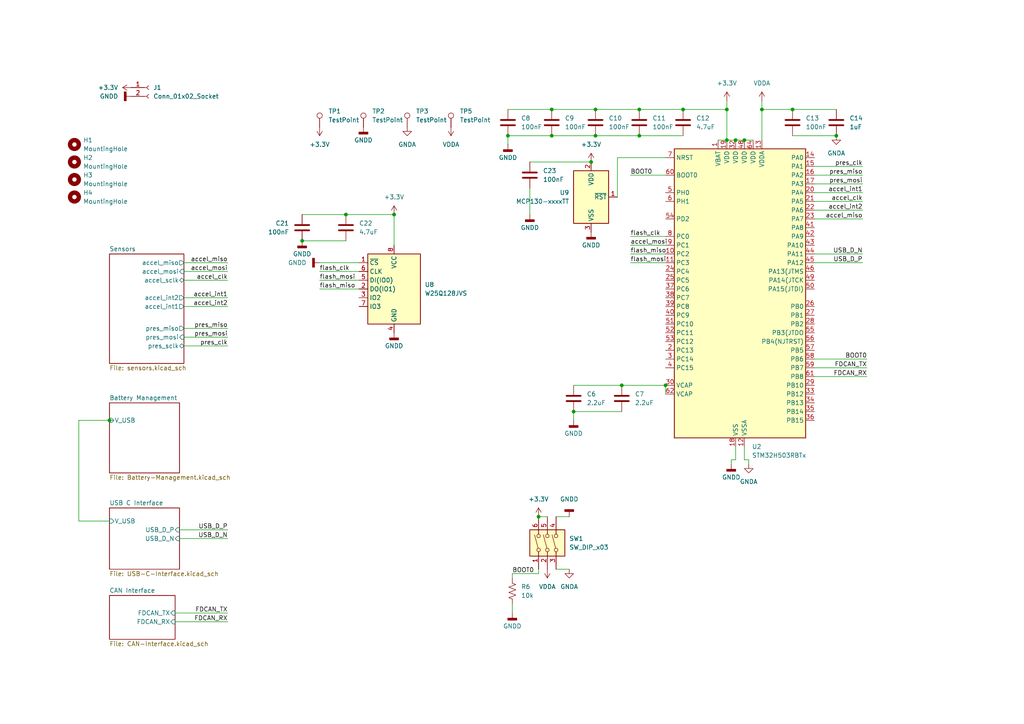
<source format=kicad_sch>
(kicad_sch (version 20231120) (generator "eeschema") (generator_version "8.0")
  (paper "A4")
  (title_block (title "SRAD Avionics") (rev "1") (company "Rowan Rocketry"))
  (lib_symbols
    (symbol "Connector:Conn_01x02_Socket" (pin_names (offset 1.016) hide)
      (property "Reference" "J" (at 0 2.54 0))
      (property "Value" "Conn_01x02_Socket" (at 0 -5.08 0))
      (symbol "Conn_01x02_Socket_1_1"
        (arc (start 0 -2.032) (mid -0.5058 -2.54) (end 0 -3.048) (stroke (width 0.1524)))
        (polyline (pts (xy -1.27 -2.54) (xy -0.508 -2.54)) (stroke (width 0.1524)))
        (polyline (pts (xy -1.27 0) (xy -0.508 0)) (stroke (width 0.1524)))
        (arc (start 0 0.508) (mid -0.5058 0) (end 0 -0.508) (stroke (width 0.1524)))
        (pin passive line (at -5.08 0 0) (length 3.81) (name "Pin_1") (number "1"))
        (pin passive line (at -5.08 -2.54 0) (length 3.81) (name "Pin_2") (number "2"))
      )
    )
    (symbol "Connector:TestPoint" (pin_numbers hide) (pin_names (offset 0.762) hide)
      (property "Reference" "TP" (at 0 6.858 0))
      (property "Value" "TestPoint" (at 0 5.08 0))
      (symbol "TestPoint_0_1"
        (circle (center 0 3.302) (radius 0.762))
      )
      (symbol "TestPoint_1_1"
        (pin passive line (at 0 0 90) (length 2.54) (name "1") (number "1"))
      )
    )
    (symbol "Device:C" (pin_numbers hide) (pin_names (offset 0.254))
      (property "Reference" "C" (at 0.635 2.54 0))
      (property "Value" "C" (at 0.635 -2.54 0))
      (symbol "C_0_1"
        (polyline (pts (xy -2.032 -0.762) (xy 2.032 -0.762)) (stroke (width 0.508)))
        (polyline (pts (xy -2.032 0.762) (xy 2.032 0.762)) (stroke (width 0.508)))
      )
      (symbol "C_1_1"
        (pin passive line (at 0 3.81 270) (length 2.794) (name "~") (number "1"))
        (pin passive line (at 0 -3.81 90) (length 2.794) (name "~") (number "2"))
      )
    )
    (symbol "Device:R_US" (pin_numbers hide) (pin_names (offset 0))
      (property "Reference" "R" (at 2.54 0 90))
      (property "Value" "R_US" (at -2.54 0 90))
      (symbol "R_US_0_1"
        (polyline (pts (xy 0 -2.286) (xy 0 -2.54)))
        (polyline (pts (xy 0 2.286) (xy 0 2.54)))
        (polyline (pts (xy 0 -0.762) (xy 1.016 -1.143) (xy 0 -1.524) (xy -1.016 -1.905) (xy 0 -2.286)))
        (polyline (pts (xy 0 0.762) (xy 1.016 0.381) (xy 0 0) (xy -1.016 -0.381) (xy 0 -0.762)))
        (polyline (pts (xy 0 2.286) (xy 1.016 1.905) (xy 0 1.524) (xy -1.016 1.143) (xy 0 0.762)))
      )
      (symbol "R_US_1_1"
        (pin passive line (at 0 3.81 270) (length 1.27) (name "~") (number "1"))
        (pin passive line (at 0 -3.81 90) (length 1.27) (name "~") (number "2"))
      )
    )
    (symbol "MCU_ST_STM32H5:STM32H503RBTx"
      (property "Reference" "U" (at -17.78 44.45 0))
      (property "Value" "STM32H503RBTx" (at 10.16 44.45 0))
      (symbol "STM32H503RBTx_0_1"
        (rectangle (start -17.78 -40.64) (end 20.32 43.18) (stroke (width 0.254)) (fill (type background)))
      )
      (symbol "STM32H503RBTx_1_1"
        (pin power_in line (at -5.08 45.72 270) (length 2.54) (name "VBAT") (number "1"))
        (pin bidirectional line (at -20.32 12.7 0) (length 2.54) (name "PC2") (number "10"))
        (pin bidirectional line (at -20.32 10.16 0) (length 2.54) (name "PC3") (number "11"))
        (pin power_in line (at 2.54 -43.18 90) (length 2.54) (name "VSSA") (number "12"))
        (pin power_in line (at 7.62 45.72 270) (length 2.54) (name "VDDA") (number "13"))
        (pin bidirectional line (at 22.86 40.64 180) (length 2.54) (name "PA0") (number "14"))
        (pin bidirectional line (at 22.86 38.1 180) (length 2.54) (name "PA1") (number "15"))
        (pin bidirectional line (at 22.86 35.56 180) (length 2.54) (name "PA2") (number "16"))
        (pin bidirectional line (at 22.86 33.02 180) (length 2.54) (name "PA3") (number "17"))
        (pin power_in line (at 0 -43.18 90) (length 2.54) (name "VSS") (number "18"))
        (pin power_in line (at -2.54 45.72 270) (length 2.54) (name "VDD") (number "19"))
        (pin bidirectional line (at -20.32 -15.24 0) (length 2.54) (name "PC13") (number "2"))
        (pin bidirectional line (at 22.86 30.48 180) (length 2.54) (name "PA4") (number "20"))
        (pin bidirectional line (at 22.86 27.94 180) (length 2.54) (name "PA5") (number "21"))
        (pin bidirectional line (at 22.86 25.4 180) (length 2.54) (name "PA6") (number "22"))
        (pin bidirectional line (at 22.86 22.86 180) (length 2.54) (name "PA7") (number "23"))
        (pin bidirectional line (at -20.32 7.62 0) (length 2.54) (name "PC4") (number "24"))
        (pin bidirectional line (at -20.32 5.08 0) (length 2.54) (name "PC5") (number "25"))
        (pin bidirectional line (at 22.86 -2.54 180) (length 2.54) (name "PB0") (number "26"))
        (pin bidirectional line (at 22.86 -5.08 180) (length 2.54) (name "PB1") (number "27"))
        (pin bidirectional line (at 22.86 -7.62 180) (length 2.54) (name "PB2") (number "28"))
        (pin bidirectional line (at 22.86 -25.4 180) (length 2.54) (name "PB10") (number "29"))
        (pin bidirectional line (at -20.32 -17.78 0) (length 2.54) (name "PC14") (number "3"))
        (pin power_out line (at -20.32 -25.4 0) (length 2.54) (name "VCAP") (number "30"))
        (pin passive line (at 0 -43.18 90) (length 2.54) hide (name "VSS") (number "31"))
        (pin power_in line (at 0 45.72 270) (length 2.54) (name "VDD") (number "32"))
        (pin bidirectional line (at 22.86 -27.94 180) (length 2.54) (name "PB12") (number "33"))
        (pin bidirectional line (at 22.86 -30.48 180) (length 2.54) (name "PB13") (number "34"))
        (pin bidirectional line (at 22.86 -33.02 180) (length 2.54) (name "PB14") (number "35"))
        (pin bidirectional line (at 22.86 -35.56 180) (length 2.54) (name "PB15") (number "36"))
        (pin bidirectional line (at -20.32 2.54 0) (length 2.54) (name "PC6") (number "37"))
        (pin bidirectional line (at -20.32 0 0) (length 2.54) (name "PC7") (number "38"))
        (pin bidirectional line (at -20.32 -2.54 0) (length 2.54) (name "PC8") (number "39"))
        (pin bidirectional line (at -20.32 -20.32 0) (length 2.54) (name "PC15") (number "4"))
        (pin bidirectional line (at -20.32 -5.08 0) (length 2.54) (name "PC9") (number "40"))
        (pin bidirectional line (at 22.86 20.32 180) (length 2.54) (name "PA8") (number "41"))
        (pin bidirectional line (at 22.86 17.78 180) (length 2.54) (name "PA9") (number "42"))
        (pin bidirectional line (at 22.86 15.24 180) (length 2.54) (name "PA10") (number "43"))
        (pin bidirectional line (at 22.86 12.7 180) (length 2.54) (name "PA11") (number "44"))
        (pin bidirectional line (at 22.86 10.16 180) (length 2.54) (name "PA12") (number "45"))
        (pin bidirectional line (at 22.86 7.62 180) (length 2.54) (name "PA13(JTMS") (number "46"))
        (pin passive line (at 0 -43.18 90) (length 2.54) hide (name "VSS") (number "47"))
        (pin power_in line (at 2.54 45.72 270) (length 2.54) (name "VDD") (number "48"))
        (pin bidirectional line (at 22.86 5.08 180) (length 2.54) (name "PA14(JTCK") (number "49"))
        (pin bidirectional line (at -20.32 30.48 0) (length 2.54) (name "PH0") (number "5"))
        (pin bidirectional line (at 22.86 2.54 180) (length 2.54) (name "PA15(JTDI)") (number "50"))
        (pin bidirectional line (at -20.32 -7.62 0) (length 2.54) (name "PC10") (number "51"))
        (pin bidirectional line (at -20.32 -10.16 0) (length 2.54) (name "PC11") (number "52"))
        (pin bidirectional line (at -20.32 -12.7 0) (length 2.54) (name "PC12") (number "53"))
        (pin bidirectional line (at -20.32 22.86 0) (length 2.54) (name "PD2") (number "54"))
        (pin bidirectional line (at 22.86 -10.16 180) (length 2.54) (name "PB3(JTDO") (number "55"))
        (pin bidirectional line (at 22.86 -12.7 180) (length 2.54) (name "PB4(NJTRST)") (number "56"))
        (pin bidirectional line (at 22.86 -15.24 180) (length 2.54) (name "PB5") (number "57"))
        (pin bidirectional line (at 22.86 -17.78 180) (length 2.54) (name "PB6") (number "58"))
        (pin bidirectional line (at 22.86 -20.32 180) (length 2.54) (name "PB7") (number "59"))
        (pin bidirectional line (at -20.32 27.94 0) (length 2.54) (name "PH1") (number "6"))
        (pin input line (at -20.32 35.56 0) (length 2.54) (name "BOOT0") (number "60"))
        (pin bidirectional line (at 22.86 -22.86 180) (length 2.54) (name "PB8") (number "61"))
        (pin power_out line (at -20.32 -27.94 0) (length 2.54) (name "VCAP") (number "62"))
        (pin passive line (at 0 -43.18 90) (length 2.54) hide (name "VSS") (number "63"))
        (pin power_in line (at 5.08 45.72 270) (length 2.54) (name "VDD") (number "64"))
        (pin input line (at -20.32 40.64 0) (length 2.54) (name "NRST") (number "7"))
        (pin bidirectional line (at -20.32 17.78 0) (length 2.54) (name "PC0") (number "8"))
        (pin bidirectional line (at -20.32 15.24 0) (length 2.54) (name "PC1") (number "9"))
      )
    )
    (symbol "Mechanical:MountingHole" (pin_names (offset 1.016)) (exclude_from_sim yes) (in_bom no)
      (property "Reference" "H" (at 0 5.08 0))
      (property "Value" "MountingHole" (at 0 3.175 0))
      (symbol "MountingHole_0_1"
        (circle (center 0 0) (radius 1.27) (stroke (width 1.27)))
      )
    )
    (symbol "Memory_Flash:W25Q128JVS"
      (property "Reference" "U" (at -8.89 8.89 0))
      (property "Value" "W25Q128JVS" (at 7.62 8.89 0))
      (symbol "W25Q128JVS_0_1"
        (rectangle (start -7.62 10.16) (end 7.62 -10.16) (stroke (width 0.254)) (fill (type background)))
      )
      (symbol "W25Q128JVS_1_1"
        (pin input line (at -10.16 7.62 0) (length 2.54) (name "~{CS}") (number "1"))
        (pin bidirectional line (at -10.16 0 0) (length 2.54) (name "DO(IO1)") (number "2"))
        (pin bidirectional line (at -10.16 -2.54 0) (length 2.54) (name "IO2") (number "3"))
        (pin power_in line (at 0 -12.7 90) (length 2.54) (name "GND") (number "4"))
        (pin bidirectional line (at -10.16 2.54 0) (length 2.54) (name "DI(IO0)") (number "5"))
        (pin input line (at -10.16 5.08 0) (length 2.54) (name "CLK") (number "6"))
        (pin bidirectional line (at -10.16 -5.08 0) (length 2.54) (name "IO3") (number "7"))
        (pin power_in line (at 0 12.7 270) (length 2.54) (name "VCC") (number "8"))
      )
    )
    (symbol "Power_Supervisor:MCP130-xxxxTT"
      (property "Reference" "U" (at -5.08 8.89 0))
      (property "Value" "MCP130-xxxxTT" (at 8.89 8.89 0))
      (symbol "MCP130-xxxxTT_0_1"
        (rectangle (start 5.08 7.62) (end -5.08 -7.62) (stroke (width 0.254)) (fill (type background)))
      )
      (symbol "MCP130-xxxxTT_1_1"
        (pin open_collector line (at 7.62 0 180) (length 2.54) (name "~{RST}") (number "1"))
        (pin power_in line (at 0 10.16 270) (length 2.54) (name "VDD") (number "2"))
        (pin power_in line (at 0 -10.16 90) (length 2.54) (name "VSS") (number "3"))
      )
    )
    (symbol "Switch:SW_DIP_x03" (pin_names (offset 0) hide)
      (property "Reference" "SW" (at 0 6.35 0))
      (property "Value" "SW_DIP_x03" (at 0 -6.35 0))
      (symbol "SW_DIP_x03_0_0"
        (circle (center -2.032 -2.54) (radius 0.508))
        (circle (center -2.032 0) (radius 0.508))
        (circle (center -2.032 2.54) (radius 0.508))
        (polyline (pts (xy -1.524 -2.413) (xy 2.3622 -1.3716)))
        (polyline (pts (xy -1.524 0.127) (xy 2.3622 1.1684)))
        (polyline (pts (xy -1.524 2.667) (xy 2.3622 3.7084)))
        (circle (center 2.032 -2.54) (radius 0.508))
        (circle (center 2.032 0) (radius 0.508))
        (circle (center 2.032 2.54) (radius 0.508))
      )
      (symbol "SW_DIP_x03_0_1"
        (rectangle (start -3.81 5.08) (end 3.81 -5.08) (stroke (width 0.254)) (fill (type background)))
      )
      (symbol "SW_DIP_x03_1_1"
        (pin passive line (at -7.62 2.54 0) (length 5.08) (name "~") (number "1"))
        (pin passive line (at -7.62 0 0) (length 5.08) (name "~") (number "2"))
        (pin passive line (at -7.62 -2.54 0) (length 5.08) (name "~") (number "3"))
        (pin passive line (at 7.62 -2.54 180) (length 5.08) (name "~") (number "4"))
        (pin passive line (at 7.62 0 180) (length 5.08) (name "~") (number "5"))
        (pin passive line (at 7.62 2.54 180) (length 5.08) (name "~") (number "6"))
      )
    )
    (symbol "power:+3.3V" (power) (pin_numbers hide) (pin_names (offset 0) hide)
      (property "Value" "+3.3V" (at 0 3.556 0))
      (symbol "+3.3V_0_1"
        (polyline (pts (xy -0.762 1.27) (xy 0 2.54)))
        (polyline (pts (xy 0 0) (xy 0 2.54)))
        (polyline (pts (xy 0 2.54) (xy 0.762 1.27)))
      )
      (symbol "+3.3V_1_1"
        (pin power_in line (at 0 0 90) (length 0) (name "~") (number "1"))
      )
    )
    (symbol "power:GNDA" (power) (pin_numbers hide) (pin_names (offset 0) hide)
      (property "Value" "GNDA" (at 0 -3.81 0))
      (symbol "GNDA_0_1"
        (polyline (pts (xy 0 0) (xy 0 -1.27) (xy 1.27 -1.27) (xy 0 -2.54) (xy -1.27 -1.27) (xy 0 -1.27)))
      )
      (symbol "GNDA_1_1"
        (pin power_in line (at 0 0 270) (length 0) (name "~") (number "1"))
      )
    )
    (symbol "power:GNDD" (power) (pin_numbers hide) (pin_names (offset 0) hide)
      (property "Value" "GNDD" (at 0 -3.175 0))
      (symbol "GNDD_0_1"
        (rectangle (start -1.27 -1.524) (end 1.27 -2.032) (stroke (width 0.254)) (fill (type outline)))
        (polyline (pts (xy 0 0) (xy 0 -1.524)))
      )
      (symbol "GNDD_1_1"
        (pin power_in line (at 0 0 270) (length 0) (name "~") (number "1"))
      )
    )
    (symbol "power:VDDA" (power) (pin_numbers hide) (pin_names (offset 0) hide)
      (property "Value" "VDDA" (at 0 3.556 0))
      (symbol "VDDA_0_1"
        (polyline (pts (xy -0.762 1.27) (xy 0 2.54)))
        (polyline (pts (xy 0 0) (xy 0 2.54)))
        (polyline (pts (xy 0 2.54) (xy 0.762 1.27)))
      )
      (symbol "VDDA_1_1"
        (pin power_in line (at 0 0 90) (length 0) (name "~") (number "1"))
      )
    )
  )
  (junction (at 242.57 39.37))
  (junction (at 198.12 31.75))
  (junction (at 185.42 31.75))
  (junction (at 31.75 121.92))
  (junction (at 210.82 31.75))
  (junction (at 172.72 39.37))
  (junction (at 172.72 31.75))
  (junction (at 210.82 40.64))
  (junction (at 114.3 62.23))
  (junction (at 100.33 62.23))
  (junction (at 160.02 31.75))
  (junction (at 213.36 40.64))
  (junction (at 171.45 46.99))
  (junction (at 220.98 31.75))
  (junction (at 147.32 39.37))
  (junction (at 193.04 111.76))
  (junction (at 160.02 39.37))
  (junction (at 215.9 40.64))
  (junction (at 166.37 119.38))
  (junction (at 156.21 149.86))
  (junction (at 229.87 31.75))
  (junction (at 180.34 111.76))
  (junction (at 185.42 39.37))
  (junction (at 87.63 69.85))
  (wire (pts (xy 172.72 39.37) (xy 185.42 39.37)))
  (wire (pts (xy 153.67 62.23) (xy 153.67 54.61)))
  (wire (pts (xy 147.32 39.37) (xy 160.02 39.37)))
  (wire (pts (xy 217.17 134.62) (xy 217.17 133.35)))
  (wire (pts (xy 236.22 63.5) (xy 250.19 63.5)))
  (wire (pts (xy 153.67 46.99) (xy 171.45 46.99)))
  (wire (pts (xy 87.63 69.85) (xy 100.33 69.85)))
  (wire (pts (xy 251.46 109.22) (xy 236.22 109.22)))
  (wire (pts (xy 236.22 58.42) (xy 250.19 58.42)))
  (wire (pts (xy 210.82 40.64) (xy 213.36 40.64)))
  (wire (pts (xy 220.98 31.75) (xy 220.98 40.64)))
  (wire (pts (xy 166.37 121.92) (xy 166.37 119.38)))
  (wire (pts (xy 53.34 95.25) (xy 66.04 95.25)))
  (wire (pts (xy 156.21 149.86) (xy 158.75 149.86)))
  (wire (pts (xy 193.04 111.76) (xy 193.04 114.3)))
  (wire (pts (xy 172.72 31.75) (xy 185.42 31.75)))
  (wire (pts (xy 217.17 133.35) (xy 215.9 133.35)))
  (wire (pts (xy 250.19 73.66) (xy 236.22 73.66)))
  (wire (pts (xy 213.36 40.64) (xy 215.9 40.64)))
  (wire (pts (xy 236.22 55.88) (xy 250.19 55.88)))
  (wire (pts (xy 22.86 121.92) (xy 31.75 121.92)))
  (wire (pts (xy 147.32 41.91) (xy 147.32 39.37)))
  (wire (pts (xy 160.02 39.37) (xy 172.72 39.37)))
  (wire (pts (xy 66.04 153.67) (xy 52.07 153.67)))
  (wire (pts (xy 236.22 48.26) (xy 250.19 48.26)))
  (wire (pts (xy 147.32 31.75) (xy 160.02 31.75)))
  (wire (pts (xy 180.34 111.76) (xy 193.04 111.76)))
  (wire (pts (xy 182.88 71.12) (xy 193.04 71.12)))
  (wire (pts (xy 182.88 68.58) (xy 193.04 68.58)))
  (wire (pts (xy 251.46 106.68) (xy 236.22 106.68)))
  (wire (pts (xy 220.98 31.75) (xy 229.87 31.75)))
  (wire (pts (xy 92.71 78.74) (xy 104.14 78.74)))
  (wire (pts (xy 182.88 73.66) (xy 193.04 73.66)))
  (wire (pts (xy 236.22 53.34) (xy 250.19 53.34)))
  (wire (pts (xy 166.37 119.38) (xy 180.34 119.38)))
  (wire (pts (xy 210.82 31.75) (xy 210.82 40.64)))
  (wire (pts (xy 92.71 81.28) (xy 104.14 81.28)))
  (wire (pts (xy 148.59 166.37) (xy 148.59 167.64)))
  (wire (pts (xy 53.34 86.36) (xy 66.04 86.36)))
  (wire (pts (xy 156.21 165.1) (xy 156.21 166.37)))
  (wire (pts (xy 185.42 39.37) (xy 198.12 39.37)))
  (wire (pts (xy 212.09 133.35) (xy 213.36 133.35)))
  (wire (pts (xy 179.07 45.72) (xy 193.04 45.72)))
  (wire (pts (xy 212.09 134.62) (xy 212.09 133.35)))
  (wire (pts (xy 182.88 50.8) (xy 193.04 50.8)))
  (wire (pts (xy 215.9 40.64) (xy 218.44 40.64)))
  (wire (pts (xy 161.29 165.1) (xy 165.1 165.1)))
  (wire (pts (xy 236.22 50.8) (xy 250.19 50.8)))
  (wire (pts (xy 114.3 62.23) (xy 114.3 71.12)))
  (wire (pts (xy 166.37 111.76) (xy 180.34 111.76)))
  (wire (pts (xy 236.22 104.14) (xy 251.46 104.14)))
  (wire (pts (xy 213.36 133.35) (xy 213.36 129.54)))
  (wire (pts (xy 208.28 40.64) (xy 210.82 40.64)))
  (wire (pts (xy 92.71 83.82) (xy 104.14 83.82)))
  (wire (pts (xy 210.82 29.21) (xy 210.82 31.75)))
  (wire (pts (xy 66.04 180.34) (xy 50.8 180.34)))
  (wire (pts (xy 53.34 76.2) (xy 66.04 76.2)))
  (wire (pts (xy 250.19 76.2) (xy 236.22 76.2)))
  (wire (pts (xy 182.88 76.2) (xy 193.04 76.2)))
  (wire (pts (xy 185.42 31.75) (xy 198.12 31.75)))
  (wire (pts (xy 87.63 62.23) (xy 100.33 62.23)))
  (wire (pts (xy 165.1 149.86) (xy 161.29 149.86)))
  (wire (pts (xy 148.59 166.37) (xy 156.21 166.37)))
  (wire (pts (xy 22.86 151.13) (xy 31.75 151.13)))
  (wire (pts (xy 31.75 121.92) (xy 33.02 121.92)))
  (wire (pts (xy 160.02 31.75) (xy 172.72 31.75)))
  (wire (pts (xy 198.12 31.75) (xy 210.82 31.75)))
  (wire (pts (xy 22.86 151.13) (xy 22.86 121.92)))
  (wire (pts (xy 53.34 100.33) (xy 66.04 100.33)))
  (wire (pts (xy 100.33 62.23) (xy 114.3 62.23)))
  (wire (pts (xy 53.34 88.9) (xy 66.04 88.9)))
  (wire (pts (xy 148.59 177.8) (xy 148.59 175.26)))
  (wire (pts (xy 53.34 78.74) (xy 66.04 78.74)))
  (wire (pts (xy 53.34 81.28) (xy 66.04 81.28)))
  (wire (pts (xy 66.04 177.8) (xy 50.8 177.8)))
  (wire (pts (xy 220.98 29.21) (xy 220.98 31.75)))
  (wire (pts (xy 66.04 156.21) (xy 52.07 156.21)))
  (wire (pts (xy 229.87 31.75) (xy 242.57 31.75)))
  (wire (pts (xy 215.9 133.35) (xy 215.9 129.54)))
  (wire (pts (xy 236.22 60.96) (xy 250.19 60.96)))
  (wire (pts (xy 92.71 76.2) (xy 104.14 76.2)))
  (wire (pts (xy 53.34 97.79) (xy 66.04 97.79)))
  (wire (pts (xy 229.87 39.37) (xy 242.57 39.37)))
  (wire (pts (xy 179.07 57.15) (xy 179.07 45.72)))
  (label "flash_miso" (at 182.88 73.66 0))
  (label "pres_mosi" (at 66.04 97.79 180))
  (label "USB_D_N" (at 250.19 73.66 180))
  (label "flash_clk" (at 92.71 78.74 0))
  (label "accel_int2" (at 66.04 88.9 180))
  (label "accel_mosi" (at 182.88 71.12 0))
  (label "flash_clk" (at 182.88 68.58 0))
  (label "accel_clk" (at 66.04 81.28 180))
  (label "FDCAN_RX" (at 66.04 180.34 180))
  (label "USB_D_P" (at 250.19 76.2 180))
  (label "pres_miso" (at 250.19 50.8 180))
  (label "FDCAN_RX" (at 251.46 109.22 180))
  (label "flash_mosi" (at 182.88 76.2 0))
  (label "accel_mosi" (at 66.04 78.74 180))
  (label "pres_clk" (at 250.19 48.26 180))
  (label "accel_int1" (at 250.19 55.88 180))
  (label "USB_D_P" (at 66.04 153.67 180))
  (label "BOOT0" (at 182.88 50.8 0))
  (label "pres_clk" (at 66.04 100.33 180))
  (label "pres_miso" (at 66.04 95.25 180))
  (label "BOOT0" (at 148.59 166.37 0))
  (label "accel_miso" (at 250.19 63.5 180))
  (label "accel_int1" (at 66.04 86.36 180))
  (label "flash_mosi" (at 92.71 81.28 0))
  (label "FDCAN_TX" (at 66.04 177.8 180))
  (label "pres_mosi" (at 250.19 53.34 180))
  (label "BOOT0" (at 251.46 104.14 180))
  (label "flash_miso" (at 92.71 83.82 0))
  (label "accel_int2" (at 250.19 60.96 180))
  (label "FDCAN_TX" (at 251.46 106.68 180))
  (label "accel_clk" (at 250.19 58.42 180))
  (label "accel_miso" (at 66.04 76.2 180))
  (label "USB_D_N" (at 66.04 156.21 180))
  (symbol (lib_id "power:GNDA") (at 217.17 134.62 0) (unit 1)
    (property "Reference" "#PWR04" (effects (hide yes)))
    (property "Value" "GNDA" (at 217.17 139.7 0))
    (property "Description" "Power symbol creates a global label with name \"GNDA\" , analog ground" (effects (hide yes)))
  )
  (symbol (lib_id "power:GNDD") (at 147.32 41.91 0) (unit 1)
    (property "Reference" "#PWR08" (effects (hide yes)))
    (property "Value" "GNDD" (at 147.32 45.72 0))
    (property "Description" "Power symbol creates a global label with name \"GNDD\" , digital ground" (effects (hide yes)))
  )
  (symbol (lib_id "Mechanical:MountingHole") (at 21.59 52.07 0) (unit 1) (exclude_from_sim yes) (in_bom no)
    (property "Reference" "H3" (at 24.13 50.7999 0) (effects (justify left)))
    (property "Value" "MountingHole" (at 24.13 53.3399 0) (effects (justify left)))
    (property "Footprint" "MountingHole:MountingHole_3.2mm_M3" (effects (hide yes)))
    (property "Description" "Mounting Hole without connection" (effects (hide yes)))
  )
  (symbol (lib_id "power:GNDD") (at 166.37 121.92 0) (unit 1)
    (property "Reference" "#PWR07" (effects (hide yes)))
    (property "Value" "GNDD" (at 166.37 125.73 0))
    (property "Description" "Power symbol creates a global label with name \"GNDD\" , digital ground" (effects (hide yes)))
  )
  (symbol (lib_id "power:GNDA") (at 118.11 36.83 0) (unit 1)
    (property "Reference" "#PWR030" (effects (hide yes)))
    (property "Value" "GNDA" (at 118.11 41.91 0))
    (property "Description" "Power symbol creates a global label with name \"GNDA\" , analog ground" (effects (hide yes)))
  )
  (symbol (lib_id "Device:C") (at 198.12 35.56 0) (unit 1)
    (property "Reference" "C12" (at 201.93 34.2899 0) (effects (justify left)))
    (property "Value" "4.7uF" (at 201.93 36.8299 0) (effects (justify left)))
    (property "Footprint" "Capacitor_SMD:C_0603_1608Metric_Pad1.08x0.95mm_HandSolder" (effects (hide yes)))
    (property "Description" "Unpolarized capacitor" (effects (hide yes)))
  )
  (symbol (lib_id "Connector:TestPoint") (at 92.71 36.83 0) (unit 1)
    (property "Reference" "TP1" (at 95.25 32.2579 0) (effects (justify left)))
    (property "Value" "TestPoint" (at 95.25 34.7979 0) (effects (justify left)))
    (property "Footprint" "TestPoint:TestPoint_Loop_D2.60mm_Drill1.6mm_Beaded" (effects (hide yes)))
    (property "Description" "test point" (effects (hide yes)))
  )
  (symbol (lib_id "power:GNDA") (at 242.57 39.37 0) (unit 1)
    (property "Reference" "#PWR025" (effects (hide yes)))
    (property "Value" "GNDA" (at 242.57 44.45 0))
    (property "Description" "Power symbol creates a global label with name \"GNDA\" , analog ground" (effects (hide yes)))
  )
  (symbol (lib_id "Connector:TestPoint") (at 105.41 36.83 0) (unit 1)
    (property "Reference" "TP2" (at 107.95 32.2579 0) (effects (justify left)))
    (property "Value" "TestPoint" (at 107.95 34.7979 0) (effects (justify left)))
    (property "Footprint" "TestPoint:TestPoint_Loop_D2.60mm_Drill1.6mm_Beaded" (effects (hide yes)))
    (property "Description" "test point" (effects (hide yes)))
  )
  (symbol (lib_id "Device:C") (at 180.34 115.57 0) (unit 1)
    (property "Reference" "C7" (at 184.15 114.2999 0) (effects (justify left)))
    (property "Value" "2.2uF" (at 184.15 116.8399 0) (effects (justify left)))
    (property "Footprint" "Capacitor_SMD:C_0603_1608Metric_Pad1.08x0.95mm_HandSolder" (effects (hide yes)))
    (property "Description" "Unpolarized capacitor" (effects (hide yes)))
  )
  (symbol (lib_id "power:+3.3V") (at 114.3 62.23 0) (unit 1)
    (property "Reference" "#PWR039" (effects (hide yes)))
    (property "Value" "+3.3V" (at 114.3 57.15 0))
    (property "Description" "Power symbol creates a global label with name \"+3.3V\"" (effects (hide yes)))
  )
  (symbol (lib_id "power:GNDD") (at 212.09 134.62 0) (unit 1)
    (property "Reference" "#PWR03" (effects (hide yes)))
    (property "Value" "GNDD" (at 212.09 138.43 0))
    (property "Description" "Power symbol creates a global label with name \"GNDD\" , digital ground" (effects (hide yes)))
  )
  (symbol (lib_id "power:VDDA") (at 130.81 36.83 180) (unit 1)
    (property "Reference" "#PWR051" (effects (hide yes)))
    (property "Value" "VDDA" (at 130.81 41.91 0))
    (property "Description" "Power symbol creates a global label with name \"VDDA\"" (effects (hide yes)))
  )
  (symbol (lib_id "power:VDDA") (at 220.98 29.21 0) (unit 1)
    (property "Reference" "#PWR024" (effects (hide yes)))
    (property "Value" "VDDA" (at 220.98 24.13 0))
    (property "Description" "Power symbol creates a global label with name \"VDDA\"" (effects (hide yes)))
  )
  (symbol (lib_id "power:+3.3V") (at 210.82 29.21 0) (unit 1)
    (property "Reference" "#PWR09" (effects (hide yes)))
    (property "Value" "+3.3V" (at 210.82 24.13 0))
    (property "Description" "Power symbol creates a global label with name \"+3.3V\"" (effects (hide yes)))
  )
  (symbol (lib_id "power:+3.3V") (at 92.71 36.83 180) (unit 1)
    (property "Reference" "#PWR028" (effects (hide yes)))
    (property "Value" "+3.3V" (at 92.71 41.91 0))
    (property "Description" "Power symbol creates a global label with name \"+3.3V\"" (effects (hide yes)))
  )
  (symbol (lib_id "Device:C") (at 160.02 35.56 0) (unit 1)
    (property "Reference" "C9" (at 163.83 34.2899 0) (effects (justify left)))
    (property "Value" "100nF" (at 163.83 36.8299 0) (effects (justify left)))
    (property "Footprint" "Capacitor_SMD:C_0603_1608Metric_Pad1.08x0.95mm_HandSolder" (effects (hide yes)))
    (property "Description" "Unpolarized capacitor" (effects (hide yes)))
  )
  (symbol (lib_id "power:GNDD") (at 165.1 149.86 180) (unit 1)
    (property "Reference" "#PWR050" (effects (hide yes)))
    (property "Value" "GNDD" (at 165.1 144.78 0))
    (property "Description" "Power symbol creates a global label with name \"GNDD\" , digital ground" (effects (hide yes)))
  )
  (symbol (lib_id "Switch:SW_DIP_x03") (at 158.75 157.48 90) (unit 1)
    (property "Reference" "SW1" (at 165.1 156.2099 90) (effects (justify right)))
    (property "Value" "SW_DIP_x03" (at 165.1 158.7499 90) (effects (justify right)))
    (property "Footprint" "Button_Switch_THT:SW_DIP_SPSTx03_Slide_9.78x9.8mm_W7.62mm_P2.54mm" (effects (hide yes)))
    (property "Description" "3x DIP Switch, Single Pole Single Throw (SPST) switch, small symbol" (effects (hide yes)))
  )
  (symbol (lib_id "power:+3.3V") (at 38.1 25.4 90) (unit 1)
    (property "Reference" "#PWR045" (effects (hide yes)))
    (property "Value" "+3.3V" (at 34.29 25.3999 90) (effects (justify left)))
    (property "Description" "Power symbol creates a global label with name \"+3.3V\"" (effects (hide yes)))
  )
  (symbol (lib_id "Device:C") (at 229.87 35.56 0) (unit 1)
    (property "Reference" "C13" (at 233.68 34.2899 0) (effects (justify left)))
    (property "Value" "100nF" (at 233.68 36.8299 0) (effects (justify left)))
    (property "Footprint" "Capacitor_SMD:C_0603_1608Metric_Pad1.08x0.95mm_HandSolder" (effects (hide yes)))
    (property "Description" "Unpolarized capacitor" (effects (hide yes)))
  )
  (symbol (lib_id "Device:C") (at 100.33 66.04 0) (unit 1)
    (property "Reference" "C22" (at 104.14 64.7699 0) (effects (justify left)))
    (property "Value" "4.7uF" (at 104.14 67.3099 0) (effects (justify left)))
    (property "Footprint" "Capacitor_SMD:C_0603_1608Metric_Pad1.08x0.95mm_HandSolder" (effects (hide yes)))
    (property "Description" "Unpolarized capacitor" (effects (hide yes)))
  )
  (symbol (lib_id "Device:C") (at 172.72 35.56 0) (unit 1)
    (property "Reference" "C10" (at 176.53 34.2899 0) (effects (justify left)))
    (property "Value" "100nF" (at 176.53 36.8299 0) (effects (justify left)))
    (property "Footprint" "Capacitor_SMD:C_0603_1608Metric_Pad1.08x0.95mm_HandSolder" (effects (hide yes)))
    (property "Description" "Unpolarized capacitor" (effects (hide yes)))
  )
  (symbol (lib_id "Connector:Conn_01x02_Socket") (at 43.18 25.4 0) (unit 1)
    (property "Reference" "J1" (at 44.45 25.3999 0) (effects (justify left)))
    (property "Value" "Conn_01x02_Socket" (at 44.45 27.9399 0) (effects (justify left)))
    (property "Footprint" "TerminalBlock_Phoenix:TerminalBlock_Phoenix_MKDS-1,5-2-5.08_1x02_P5.08mm_Horizontal" (effects (hide yes)))
    (property "Description" "Generic connector, single row, 01x02, script generated" (effects (hide yes)))
  )
  (symbol (lib_id "power:GNDD") (at 38.1 27.94 270) (unit 1)
    (property "Reference" "#PWR046" (effects (hide yes)))
    (property "Value" "GNDD" (at 34.29 27.9399 90) (effects (justify right)))
    (property "Description" "Power symbol creates a global label with name \"GNDD\" , digital ground" (effects (hide yes)))
  )
  (symbol (lib_id "MCU_ST_STM32H5:STM32H503RBTx") (at 213.36 86.36 0) (unit 1)
    (property "Reference" "U2" (at 218.0941 129.54 0) (effects (justify left)))
    (property "Value" "STM32H503RBTx" (at 218.0941 132.08 0) (effects (justify left)))
    (property "Footprint" "Package_QFP:LQFP-64_10x10mm_P0.5mm" (effects (hide yes)))
    (property "Datasheet" "https://www.st.com/resource/en/datasheet/stm32h503rb.pdf" (effects (hide yes)))
    (property "Description" "STMicroelectronics Arm Cortex-M33 MCU, 128KB flash, 32KB RAM, 250 MHz, 49 GPIO, LQFP64" (effects (hide yes)))
  )
  (symbol (lib_id "power:VDDA") (at 158.75 165.1 180) (unit 1)
    (property "Reference" "#PWR048" (effects (hide yes)))
    (property "Value" "VDDA" (at 158.75 170.18 0))
    (property "Description" "Power symbol creates a global label with name \"VDDA\"" (effects (hide yes)))
  )
  (symbol (lib_id "Device:C") (at 242.57 35.56 0) (unit 1)
    (property "Reference" "C14" (at 246.38 34.2899 0) (effects (justify left)))
    (property "Value" "1uF" (at 246.38 36.8299 0) (effects (justify left)))
    (property "Footprint" "Capacitor_SMD:C_0603_1608Metric_Pad1.08x0.95mm_HandSolder" (effects (hide yes)))
    (property "Description" "Unpolarized capacitor" (effects (hide yes)))
  )
  (symbol (lib_id "Connector:TestPoint") (at 118.11 36.83 0) (unit 1)
    (property "Reference" "TP3" (at 120.65 32.2579 0) (effects (justify left)))
    (property "Value" "TestPoint" (at 120.65 34.7979 0) (effects (justify left)))
    (property "Footprint" "TestPoint:TestPoint_Loop_D2.60mm_Drill1.6mm_Beaded" (effects (hide yes)))
    (property "Description" "test point" (effects (hide yes)))
  )
  (symbol (lib_id "power:GNDD") (at 153.67 62.23 0) (unit 1)
    (property "Reference" "#PWR054" (effects (hide yes)))
    (property "Value" "GNDD" (at 153.67 66.04 0))
    (property "Description" "Power symbol creates a global label with name \"GNDD\" , digital ground" (effects (hide yes)))
  )
  (symbol (lib_id "power:GNDD") (at 171.45 67.31 0) (unit 1)
    (property "Reference" "#PWR052" (effects (hide yes)))
    (property "Value" "GNDD" (at 171.45 71.12 0))
    (property "Description" "Power symbol creates a global label with name \"GNDD\" , digital ground" (effects (hide yes)))
  )
  (symbol (lib_id "Device:C") (at 153.67 50.8 0) (unit 1)
    (property "Reference" "C23" (at 157.48 49.5299 0) (effects (justify left)))
    (property "Value" "100nF" (at 157.48 52.0699 0) (effects (justify left)))
    (property "Footprint" "Capacitor_SMD:C_0603_1608Metric_Pad1.08x0.95mm_HandSolder" (effects (hide yes)))
    (property "Description" "Unpolarized capacitor" (effects (hide yes)))
  )
  (symbol (lib_id "power:GNDD") (at 114.3 96.52 0) (unit 1)
    (property "Reference" "#PWR041" (effects (hide yes)))
    (property "Value" "GNDD" (at 114.3 100.33 0))
    (property "Description" "Power symbol creates a global label with name \"GNDD\" , digital ground" (effects (hide yes)))
  )
  (symbol (lib_id "power:GNDD") (at 105.41 36.83 0) (unit 1)
    (property "Reference" "#PWR029" (effects (hide yes)))
    (property "Value" "GNDD" (at 105.41 40.64 0))
    (property "Description" "Power symbol creates a global label with name \"GNDD\" , digital ground" (effects (hide yes)))
  )
  (symbol (lib_id "Power_Supervisor:MCP130-xxxxTT") (at 171.45 57.15 0) (unit 1)
    (property "Reference" "U9" (at 165.1 55.8799 0) (effects (justify right)))
    (property "Value" "MCP130-xxxxTT" (at 165.1 58.4199 0) (effects (justify right)))
    (property "Footprint" "Package_TO_SOT_SMD:SOT-23" (effects (hide yes)))
    (property "Datasheet" "http://ww1.microchip.com/downloads/en/DeviceDoc/11184d.pdf" (effects (hide yes)))
    (property "Description" "Microcontroller supervisory circuit with internal 5 kΩ pull-up, SOT-23" (effects (hide yes)))
  )
  (symbol (lib_id "Device:C") (at 147.32 35.56 0) (unit 1)
    (property "Reference" "C8" (at 151.13 34.2899 0) (effects (justify left)))
    (property "Value" "100nF" (at 151.13 36.8299 0) (effects (justify left)))
    (property "Footprint" "Capacitor_SMD:C_0603_1608Metric_Pad1.08x0.95mm_HandSolder" (effects (hide yes)))
    (property "Description" "Unpolarized capacitor" (effects (hide yes)))
  )
  (symbol (lib_id "Connector:TestPoint") (at 130.81 36.83 0) (unit 1)
    (property "Reference" "TP5" (at 133.35 32.2579 0) (effects (justify left)))
    (property "Value" "TestPoint" (at 133.35 34.7979 0) (effects (justify left)))
    (property "Footprint" "TestPoint:TestPoint_Loop_D2.60mm_Drill1.6mm_Beaded" (effects (hide yes)))
    (property "Description" "test point" (effects (hide yes)))
  )
  (symbol (lib_id "power:+3.3V") (at 171.45 46.99 0) (unit 1)
    (property "Reference" "#PWR053" (effects (hide yes)))
    (property "Value" "+3.3V" (at 171.45 41.91 0))
    (property "Description" "Power symbol creates a global label with name \"+3.3V\"" (effects (hide yes)))
  )
  (symbol (lib_id "Device:R_US") (at 148.59 171.45 0) (unit 1)
    (property "Reference" "R6" (at 151.13 170.1799 0) (effects (justify left)))
    (property "Value" "10k" (at 151.13 172.7199 0) (effects (justify left)))
    (property "Footprint" "Resistor_SMD:R_0603_1608Metric_Pad0.98x0.95mm_HandSolder" (effects (hide yes)))
    (property "Description" "Resistor, US symbol" (effects (hide yes)))
  )
  (symbol (lib_id "Memory_Flash:W25Q128JVS") (at 114.3 83.82 0) (unit 1)
    (property "Reference" "U8" (at 123.19 82.5499 0) (effects (justify left)))
    (property "Value" "W25Q128JVS" (at 123.19 85.0899 0) (effects (justify left)))
    (property "Footprint" "Package_SO:SOIC-8_5.23x5.23mm_P1.27mm" (effects (hide yes)))
    (property "Datasheet" "http://www.winbond.com/resource-files/w25q128jv_dtr%20revc%2003272018%20plus.pdf" (effects (hide yes)))
    (property "Description" "128Mb Serial Flash Memory, Standard/Dual/Quad SPI, SOIC-8" (effects (hide yes)))
  )
  (symbol (lib_id "Mechanical:MountingHole") (at 21.59 46.99 0) (unit 1) (exclude_from_sim yes) (in_bom no)
    (property "Reference" "H2" (at 24.13 45.7199 0) (effects (justify left)))
    (property "Value" "MountingHole" (at 24.13 48.2599 0) (effects (justify left)))
    (property "Footprint" "MountingHole:MountingHole_3.2mm_M3" (effects (hide yes)))
    (property "Description" "Mounting Hole without connection" (effects (hide yes)))
  )
  (symbol (lib_id "power:GNDD") (at 87.63 69.85 0) (unit 1)
    (property "Reference" "#PWR040" (effects (hide yes)))
    (property "Value" "GNDD" (at 87.63 73.66 0))
    (property "Description" "Power symbol creates a global label with name \"GNDD\" , digital ground" (effects (hide yes)))
  )
  (symbol (lib_id "power:GNDD") (at 92.71 76.2 270) (unit 1)
    (property "Reference" "#PWR042" (effects (hide yes)))
    (property "Value" "GNDD" (at 88.9 76.1999 90) (effects (justify right)))
    (property "Description" "Power symbol creates a global label with name \"GNDD\" , digital ground" (effects (hide yes)))
  )
  (symbol (lib_id "power:GNDA") (at 165.1 165.1 0) (unit 1)
    (property "Reference" "#PWR049" (effects (hide yes)))
    (property "Value" "GNDA" (at 165.1 170.18 0))
    (property "Description" "Power symbol creates a global label with name \"GNDA\" , analog ground" (effects (hide yes)))
  )
  (symbol (lib_id "Device:C") (at 185.42 35.56 0) (unit 1)
    (property "Reference" "C11" (at 189.23 34.2899 0) (effects (justify left)))
    (property "Value" "100nF" (at 189.23 36.8299 0) (effects (justify left)))
    (property "Footprint" "Capacitor_SMD:C_0603_1608Metric_Pad1.08x0.95mm_HandSolder" (effects (hide yes)))
    (property "Description" "Unpolarized capacitor" (effects (hide yes)))
  )
  (symbol (lib_id "Device:C") (at 166.37 115.57 0) (unit 1)
    (property "Reference" "C6" (at 170.18 114.2999 0) (effects (justify left)))
    (property "Value" "2.2uF" (at 170.18 116.8399 0) (effects (justify left)))
    (property "Footprint" "Capacitor_SMD:C_0603_1608Metric_Pad1.08x0.95mm_HandSolder" (effects (hide yes)))
    (property "Description" "Unpolarized capacitor" (effects (hide yes)))
  )
  (symbol (lib_id "power:GNDD") (at 148.59 177.8 0) (unit 1)
    (property "Reference" "#PWR026" (effects (hide yes)))
    (property "Value" "GNDD" (at 148.59 181.61 0))
    (property "Description" "Power symbol creates a global label with name \"GNDD\" , digital ground" (effects (hide yes)))
  )
  (symbol (lib_id "Mechanical:MountingHole") (at 21.59 57.15 0) (unit 1) (exclude_from_sim yes) (in_bom no)
    (property "Reference" "H4" (at 24.13 55.8799 0) (effects (justify left)))
    (property "Value" "MountingHole" (at 24.13 58.4199 0) (effects (justify left)))
    (property "Footprint" "MountingHole:MountingHole_3.2mm_M3" (effects (hide yes)))
    (property "Description" "Mounting Hole without connection" (effects (hide yes)))
  )
  (symbol (lib_id "Mechanical:MountingHole") (at 21.59 41.91 0) (unit 1) (exclude_from_sim yes) (in_bom no)
    (property "Reference" "H1" (at 24.13 40.6399 0) (effects (justify left)))
    (property "Value" "MountingHole" (at 24.13 43.1799 0) (effects (justify left)))
    (property "Footprint" "MountingHole:MountingHole_3.2mm_M3" (effects (hide yes)))
    (property "Description" "Mounting Hole without connection" (effects (hide yes)))
  )
  (symbol (lib_id "Device:C") (at 87.63 66.04 0) (mirror y) (unit 1)
    (property "Reference" "C21" (at 83.82 64.7699 0) (effects (justify left)))
    (property "Value" "100nF" (at 83.82 67.3099 0) (effects (justify left)))
    (property "Footprint" "Capacitor_SMD:C_0603_1608Metric_Pad1.08x0.95mm_HandSolder" (effects (hide yes)))
    (property "Description" "Unpolarized capacitor" (effects (hide yes)))
  )
  (symbol (lib_id "power:+3.3V") (at 156.21 149.86 0) (mirror y) (unit 1)
    (property "Reference" "#PWR027" (effects (hide yes)))
    (property "Value" "+3.3V" (at 156.21 144.78 0))
    (property "Description" "Power symbol creates a global label with name \"+3.3V\"" (effects (hide yes)))
  )
  (sheet (at 31.75 73.66) (size 21.59 31.75) (stroke (width 0.1524))
    (property "Sheetname" "Sensors" (at 31.75 72.9484 0) (effects (justify left bottom)))
    (property "Sheetfile" "sensors.kicad_sch" (at 31.75 105.9946 0) (effects (justify left top)))
    (pin "accel_miso" output (at 53.34 76.2 0))
    (pin "accel_sclk" bidirectional (at 53.34 81.28 0))
    (pin "accel_mosi" input (at 53.34 78.74 0))
    (pin "accel_int2" output (at 53.34 86.36 0))
    (pin "accel_int1" output (at 53.34 88.9 0))
    (pin "pres_miso" output (at 53.34 95.25 0))
    (pin "pres_sclk" bidirectional (at 53.34 100.33 0))
    (pin "pres_mosi" input (at 53.34 97.79 0))
  )
  (sheet (at 31.75 172.72) (size 19.05 12.7) (stroke (width 0.1524))
    (property "Sheetname" "CAN Interface" (at 31.75 172.0084 0) (effects (justify left bottom)))
    (property "Sheetfile" "CAN-Interface.kicad_sch" (at 31.75 186.0046 0) (effects (justify left top)))
    (pin "FDCAN_RX" input (at 50.8 180.34 0))
    (pin "FDCAN_TX" input (at 50.8 177.8 0))
  )
  (sheet (at 31.75 147.32) (size 20.32 17.78) (stroke (width 0.1524))
    (property "Sheetname" "USB C Interface" (at 31.75 146.6084 0) (effects (justify left bottom)))
    (property "Sheetfile" "USB-C-Interface.kicad_sch" (at 31.75 165.6846 0) (effects (justify left top)))
    (pin "V_USB" input (at 31.75 151.13 180))
    (pin "USB_D_P" input (at 52.07 153.67 0))
    (pin "USB_D_N" input (at 52.07 156.21 0))
  )
  (sheet (at 31.75 116.84) (size 20.32 20.32) (stroke (width 0.1524))
    (property "Sheetname" "Battery Management" (at 31.75 116.1284 0) (effects (justify left bottom)))
    (property "Sheetfile" "Battery-Management.kicad_sch" (at 31.75 137.7446 0) (effects (justify left top)))
    (pin "V_USB" input (at 31.75 121.92 180))
  )
)
</source>
